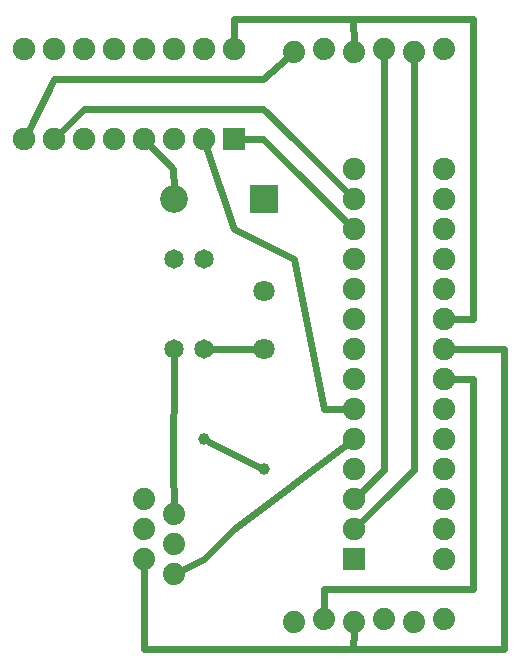
<source format=gtl>
G04 MADE WITH FRITZING*
G04 WWW.FRITZING.ORG*
G04 DOUBLE SIDED*
G04 HOLES PLATED*
G04 CONTOUR ON CENTER OF CONTOUR VECTOR*
%ASAXBY*%
%FSLAX23Y23*%
%MOIN*%
%OFA0B0*%
%SFA1.0B1.0*%
%ADD10C,0.075000*%
%ADD11C,0.074000*%
%ADD12C,0.092000*%
%ADD13C,0.070925*%
%ADD14C,0.070866*%
%ADD15C,0.039370*%
%ADD16C,0.065000*%
%ADD17R,0.075000X0.075000*%
%ADD18R,0.092000X0.092000*%
%ADD19C,0.024000*%
%ADD20R,0.001000X0.001000*%
%LNCOPPER1*%
G90*
G70*
G54D10*
X895Y1857D03*
X895Y2157D03*
X795Y1857D03*
X795Y2157D03*
X695Y1857D03*
X695Y2157D03*
X595Y1857D03*
X595Y2157D03*
X495Y1857D03*
X495Y2157D03*
X395Y1857D03*
X395Y2157D03*
X295Y1857D03*
X295Y2157D03*
X195Y1857D03*
X195Y2157D03*
X895Y1857D03*
X895Y2157D03*
X795Y1857D03*
X795Y2157D03*
X695Y1857D03*
X695Y2157D03*
X595Y1857D03*
X595Y2157D03*
X495Y1857D03*
X495Y2157D03*
X395Y1857D03*
X395Y2157D03*
X295Y1857D03*
X295Y2157D03*
X195Y1857D03*
X195Y2157D03*
G54D11*
X695Y407D03*
X595Y457D03*
X695Y507D03*
X595Y557D03*
X695Y607D03*
X595Y657D03*
X695Y407D03*
X595Y457D03*
X695Y507D03*
X595Y557D03*
X695Y607D03*
X595Y657D03*
X695Y407D03*
X595Y457D03*
X695Y507D03*
X595Y557D03*
X695Y607D03*
X595Y657D03*
G54D12*
X995Y1657D03*
X695Y1657D03*
X995Y1657D03*
X695Y1657D03*
G54D13*
X995Y1350D03*
G54D14*
X995Y1157D03*
G54D13*
X995Y1350D03*
G54D14*
X995Y1157D03*
G54D11*
X1095Y247D03*
X1195Y257D03*
X1295Y247D03*
X1395Y257D03*
X1495Y247D03*
X1595Y257D03*
X1095Y247D03*
X1195Y257D03*
X1295Y247D03*
X1395Y257D03*
X1495Y247D03*
X1595Y257D03*
G54D10*
X1295Y457D03*
X1595Y457D03*
X1295Y557D03*
X1595Y557D03*
X1295Y657D03*
X1595Y657D03*
X1295Y757D03*
X1595Y757D03*
X1295Y857D03*
X1595Y857D03*
X1295Y957D03*
X1595Y957D03*
X1295Y1057D03*
X1595Y1057D03*
X1295Y1157D03*
X1595Y1157D03*
X1295Y1257D03*
X1595Y1257D03*
X1295Y1357D03*
X1595Y1357D03*
X1295Y1457D03*
X1595Y1457D03*
X1295Y1557D03*
X1595Y1557D03*
X1295Y1657D03*
X1595Y1657D03*
X1295Y1757D03*
X1595Y1757D03*
X1295Y457D03*
X1595Y457D03*
X1295Y557D03*
X1595Y557D03*
X1295Y657D03*
X1595Y657D03*
X1295Y757D03*
X1595Y757D03*
X1295Y857D03*
X1595Y857D03*
X1295Y957D03*
X1595Y957D03*
X1295Y1057D03*
X1595Y1057D03*
X1295Y1157D03*
X1595Y1157D03*
X1295Y1257D03*
X1595Y1257D03*
X1295Y1357D03*
X1595Y1357D03*
X1295Y1457D03*
X1595Y1457D03*
X1295Y1557D03*
X1595Y1557D03*
X1295Y1657D03*
X1595Y1657D03*
X1295Y1757D03*
X1595Y1757D03*
G54D15*
X795Y857D03*
X995Y757D03*
G54D11*
X1095Y2147D03*
X1195Y2157D03*
X1295Y2147D03*
X1395Y2157D03*
X1495Y2147D03*
X1595Y2157D03*
X1095Y2147D03*
X1195Y2157D03*
X1295Y2147D03*
X1395Y2157D03*
X1495Y2147D03*
X1595Y2157D03*
G54D16*
X795Y1157D03*
X695Y1157D03*
X795Y1157D03*
X695Y1157D03*
X795Y1157D03*
X695Y1157D03*
X795Y1457D03*
X695Y1457D03*
X795Y1457D03*
X695Y1457D03*
X795Y1457D03*
X695Y1457D03*
G54D17*
X895Y1857D03*
X895Y1857D03*
G54D18*
X995Y1657D03*
X995Y1657D03*
G54D17*
X1295Y457D03*
X1295Y457D03*
G54D19*
X894Y2056D02*
X296Y2056D01*
D02*
X296Y2056D02*
X208Y1882D01*
D02*
X994Y2058D02*
X894Y2056D01*
D02*
X1072Y2126D02*
X994Y2058D01*
D02*
X968Y1157D02*
X820Y1157D01*
D02*
X896Y1557D02*
X804Y1830D01*
D02*
X1095Y1456D02*
X896Y1557D01*
D02*
X1266Y957D02*
X1196Y957D01*
D02*
X1196Y957D02*
X1095Y1456D01*
D02*
X1272Y840D02*
X896Y557D01*
D02*
X896Y557D02*
X795Y456D01*
D02*
X795Y456D02*
X723Y421D01*
D02*
X1395Y755D02*
X1395Y2126D01*
D02*
X1315Y677D02*
X1395Y755D01*
D02*
X1315Y577D02*
X1395Y658D01*
D02*
X1496Y755D02*
X1495Y2116D01*
D02*
X1395Y658D02*
X1496Y755D01*
D02*
X395Y1957D02*
X315Y1877D01*
D02*
X1095Y1856D02*
X994Y1957D01*
D02*
X994Y1957D02*
X395Y1957D01*
D02*
X1275Y1677D02*
X1095Y1856D01*
D02*
X994Y1856D02*
X924Y1857D01*
D02*
X1095Y1755D02*
X994Y1856D01*
D02*
X1275Y1577D02*
X1095Y1755D01*
D02*
X694Y1759D02*
X695Y1694D01*
D02*
X615Y1837D02*
X694Y1759D01*
D02*
X694Y755D02*
X695Y1132D01*
D02*
X695Y638D02*
X694Y755D01*
D02*
X1196Y358D02*
X1195Y288D01*
D02*
X1694Y358D02*
X1395Y358D01*
D02*
X1395Y358D02*
X1196Y358D01*
D02*
X1694Y1058D02*
X1694Y358D01*
D02*
X1624Y1057D02*
X1694Y1058D01*
D02*
X1694Y2257D02*
X1694Y1257D01*
D02*
X1694Y1257D02*
X1624Y1257D01*
D02*
X1294Y2257D02*
X1694Y2257D01*
D02*
X1295Y2178D02*
X1294Y2257D01*
D02*
X978Y765D02*
X812Y848D01*
D02*
X1795Y156D02*
X1294Y156D01*
D02*
X1294Y156D02*
X1295Y216D01*
D02*
X1624Y1157D02*
X1795Y1156D01*
D02*
X1795Y1156D02*
X1795Y156D01*
D02*
X896Y2257D02*
X895Y2186D01*
D02*
X1294Y2257D02*
X896Y2257D01*
D02*
X1294Y156D02*
X597Y156D01*
D02*
X597Y156D02*
X595Y426D01*
G54D20*
D02*
G04 End of Copper1*
M02*
</source>
